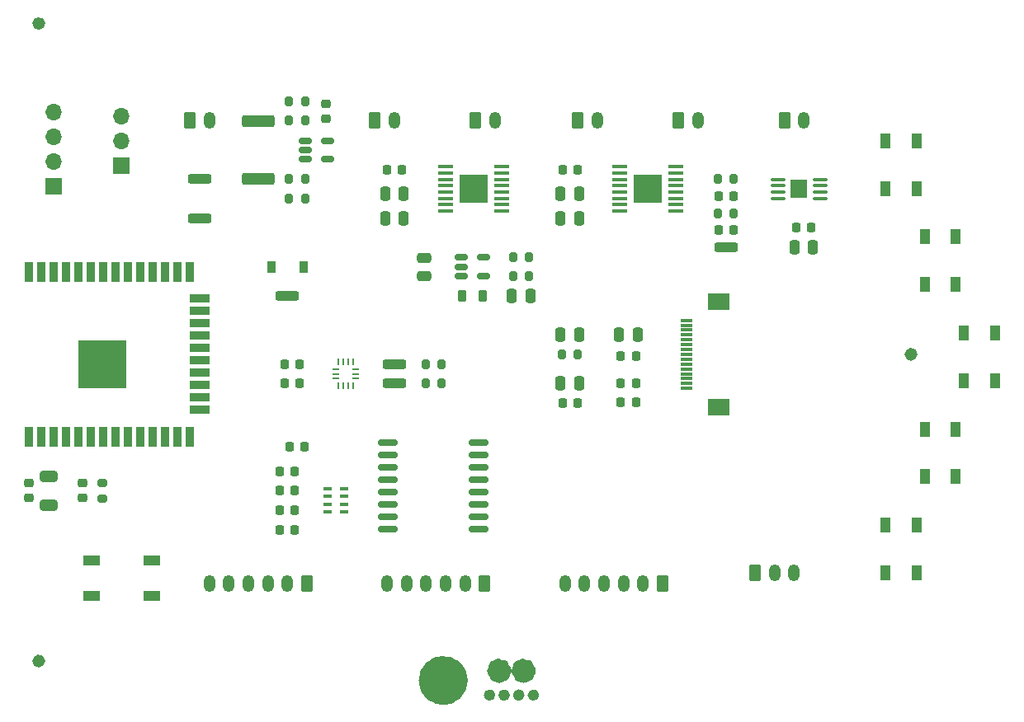
<source format=gbr>
G04 #@! TF.GenerationSoftware,KiCad,Pcbnew,(6.0.7)*
G04 #@! TF.CreationDate,2022-09-14T01:52:13-07:00*
G04 #@! TF.ProjectId,RobotDriver2_Blimp,526f626f-7444-4726-9976-6572325f426c,rev?*
G04 #@! TF.SameCoordinates,Original*
G04 #@! TF.FileFunction,Soldermask,Top*
G04 #@! TF.FilePolarity,Negative*
%FSLAX46Y46*%
G04 Gerber Fmt 4.6, Leading zero omitted, Abs format (unit mm)*
G04 Created by KiCad (PCBNEW (6.0.7)) date 2022-09-14 01:52:13*
%MOMM*%
%LPD*%
G01*
G04 APERTURE LIST*
G04 Aperture macros list*
%AMRoundRect*
0 Rectangle with rounded corners*
0 $1 Rounding radius*
0 $2 $3 $4 $5 $6 $7 $8 $9 X,Y pos of 4 corners*
0 Add a 4 corners polygon primitive as box body*
4,1,4,$2,$3,$4,$5,$6,$7,$8,$9,$2,$3,0*
0 Add four circle primitives for the rounded corners*
1,1,$1+$1,$2,$3*
1,1,$1+$1,$4,$5*
1,1,$1+$1,$6,$7*
1,1,$1+$1,$8,$9*
0 Add four rect primitives between the rounded corners*
20,1,$1+$1,$2,$3,$4,$5,0*
20,1,$1+$1,$4,$5,$6,$7,0*
20,1,$1+$1,$6,$7,$8,$9,0*
20,1,$1+$1,$8,$9,$2,$3,0*%
G04 Aperture macros list end*
%ADD10C,0.650000*%
%ADD11C,0.700000*%
%ADD12C,1.500000*%
%ADD13C,2.500000*%
%ADD14RoundRect,0.218750X0.218750X0.256250X-0.218750X0.256250X-0.218750X-0.256250X0.218750X-0.256250X0*%
%ADD15R,0.900000X0.400000*%
%ADD16RoundRect,0.250000X-1.425000X0.362500X-1.425000X-0.362500X1.425000X-0.362500X1.425000X0.362500X0*%
%ADD17RoundRect,0.225000X0.225000X0.250000X-0.225000X0.250000X-0.225000X-0.250000X0.225000X-0.250000X0*%
%ADD18RoundRect,0.250000X-0.350000X-0.625000X0.350000X-0.625000X0.350000X0.625000X-0.350000X0.625000X0*%
%ADD19O,1.200000X1.750000*%
%ADD20RoundRect,0.200000X-0.200000X-0.275000X0.200000X-0.275000X0.200000X0.275000X-0.200000X0.275000X0*%
%ADD21RoundRect,0.225000X-0.225000X-0.250000X0.225000X-0.250000X0.225000X0.250000X-0.225000X0.250000X0*%
%ADD22RoundRect,0.200000X0.200000X0.275000X-0.200000X0.275000X-0.200000X-0.275000X0.200000X-0.275000X0*%
%ADD23C,1.152000*%
%ADD24R,1.000000X1.500000*%
%ADD25RoundRect,0.250000X0.250000X0.475000X-0.250000X0.475000X-0.250000X-0.475000X0.250000X-0.475000X0*%
%ADD26R,1.700000X1.700000*%
%ADD27O,1.700000X1.700000*%
%ADD28RoundRect,0.225000X-0.250000X0.225000X-0.250000X-0.225000X0.250000X-0.225000X0.250000X0.225000X0*%
%ADD29R,0.900000X2.000000*%
%ADD30R,2.000000X0.900000*%
%ADD31R,5.000000X5.000000*%
%ADD32RoundRect,0.200000X1.025000X0.275000X-1.025000X0.275000X-1.025000X-0.275000X1.025000X-0.275000X0*%
%ADD33RoundRect,0.250000X-0.250000X-0.475000X0.250000X-0.475000X0.250000X0.475000X-0.250000X0.475000X0*%
%ADD34R,1.300000X0.300000*%
%ADD35R,2.200000X1.800000*%
%ADD36RoundRect,0.200000X-1.025000X-0.275000X1.025000X-0.275000X1.025000X0.275000X-1.025000X0.275000X0*%
%ADD37RoundRect,0.200000X0.275000X-0.200000X0.275000X0.200000X-0.275000X0.200000X-0.275000X-0.200000X0*%
%ADD38RoundRect,0.250000X0.350000X0.625000X-0.350000X0.625000X-0.350000X-0.625000X0.350000X-0.625000X0*%
%ADD39RoundRect,0.100000X-0.625000X-0.100000X0.625000X-0.100000X0.625000X0.100000X-0.625000X0.100000X0*%
%ADD40R,1.680000X1.880000*%
%ADD41RoundRect,0.250000X-0.650000X0.325000X-0.650000X-0.325000X0.650000X-0.325000X0.650000X0.325000X0*%
%ADD42R,1.800000X1.100000*%
%ADD43RoundRect,0.250000X-0.475000X0.250000X-0.475000X-0.250000X0.475000X-0.250000X0.475000X0.250000X0*%
%ADD44RoundRect,0.100000X0.675000X0.100000X-0.675000X0.100000X-0.675000X-0.100000X0.675000X-0.100000X0*%
%ADD45R,3.000000X3.000000*%
%ADD46RoundRect,0.150000X-0.875000X-0.150000X0.875000X-0.150000X0.875000X0.150000X-0.875000X0.150000X0*%
%ADD47RoundRect,0.225000X0.250000X-0.225000X0.250000X0.225000X-0.250000X0.225000X-0.250000X-0.225000X0*%
%ADD48R,0.900000X1.200000*%
%ADD49RoundRect,0.218750X-0.218750X-0.381250X0.218750X-0.381250X0.218750X0.381250X-0.218750X0.381250X0*%
%ADD50RoundRect,0.150000X-0.512500X-0.150000X0.512500X-0.150000X0.512500X0.150000X-0.512500X0.150000X0*%
%ADD51R,0.250000X0.675000*%
%ADD52R,0.675000X0.250000*%
G04 APERTURE END LIST*
D10*
X100825000Y-48000000D02*
G75*
G03*
X100825000Y-48000000I-325000J0D01*
G01*
X190325000Y-82000000D02*
G75*
G03*
X190325000Y-82000000I-325000J0D01*
G01*
D11*
X147000000Y-117000000D02*
G75*
G03*
X147000000Y-117000000I-250000J0D01*
G01*
X148500000Y-117000000D02*
G75*
G03*
X148500000Y-117000000I-250000J0D01*
G01*
X150000000Y-117000000D02*
G75*
G03*
X150000000Y-117000000I-250000J0D01*
G01*
X151500000Y-117000000D02*
G75*
G03*
X151500000Y-117000000I-250000J0D01*
G01*
D12*
X148250000Y-114500000D02*
G75*
G03*
X148250000Y-114500000I-500000J0D01*
G01*
X150750000Y-114500000D02*
G75*
G03*
X150750000Y-114500000I-500000J0D01*
G01*
D10*
X100825000Y-113500000D02*
G75*
G03*
X100825000Y-113500000I-325000J0D01*
G01*
D13*
X143250000Y-115500000D02*
G75*
G03*
X143250000Y-115500000I-1250000J0D01*
G01*
D14*
X126787500Y-100000000D03*
X125212500Y-100000000D03*
X126787500Y-98000000D03*
X125212500Y-98000000D03*
X126787500Y-94000000D03*
X125212500Y-94000000D03*
X126787500Y-96000000D03*
X125212500Y-96000000D03*
D15*
X130150000Y-95800000D03*
X130150000Y-96600000D03*
X130150000Y-97400000D03*
X130150000Y-98200000D03*
X131850000Y-98200000D03*
X131850000Y-97400000D03*
X131850000Y-96600000D03*
X131850000Y-95800000D03*
D16*
X123000000Y-58037500D03*
X123000000Y-63962500D03*
D17*
X161775000Y-82166700D03*
X160225000Y-82166700D03*
D18*
X177000000Y-58000000D03*
D19*
X179000000Y-58000000D03*
D20*
X170175000Y-67500000D03*
X171825000Y-67500000D03*
D21*
X170225000Y-69250000D03*
X171775000Y-69250000D03*
D22*
X141825000Y-85000000D03*
X140175000Y-85000000D03*
X155825000Y-82000000D03*
X154175000Y-82000000D03*
D17*
X137775000Y-63000000D03*
X136225000Y-63000000D03*
D23*
X100500000Y-48000000D03*
D24*
X195400000Y-84700000D03*
X198600000Y-84700000D03*
X198600000Y-79800000D03*
X195400000Y-79800000D03*
D25*
X137950000Y-68000000D03*
X136050000Y-68000000D03*
D23*
X190000000Y-82000000D03*
D25*
X179950000Y-71000000D03*
X178050000Y-71000000D03*
D18*
X145332300Y-58000000D03*
D19*
X147332300Y-58000000D03*
D18*
X155807500Y-58000000D03*
D19*
X157807500Y-58000000D03*
D22*
X127825000Y-56000000D03*
X126175000Y-56000000D03*
D17*
X155775000Y-87000000D03*
X154225000Y-87000000D03*
D24*
X191400000Y-74825000D03*
X194600000Y-74825000D03*
X194600000Y-69925000D03*
X191400000Y-69925000D03*
D26*
X102000000Y-64700000D03*
D27*
X102000000Y-62160000D03*
X102000000Y-59620000D03*
X102000000Y-57080000D03*
D21*
X126225000Y-91500000D03*
X127775000Y-91500000D03*
D20*
X170175000Y-64000000D03*
X171825000Y-64000000D03*
D18*
X135000000Y-58000000D03*
D19*
X137000000Y-58000000D03*
D21*
X170225000Y-65750000D03*
X171775000Y-65750000D03*
D28*
X105000000Y-95225000D03*
X105000000Y-96775000D03*
D23*
X100500000Y-113500000D03*
D29*
X99500000Y-90500000D03*
X100770000Y-90500000D03*
X102040000Y-90500000D03*
X103310000Y-90500000D03*
X104580000Y-90500000D03*
X105850000Y-90500000D03*
X107120000Y-90500000D03*
X108390000Y-90500000D03*
X109660000Y-90500000D03*
X110930000Y-90500000D03*
X112200000Y-90500000D03*
X113470000Y-90500000D03*
X114740000Y-90500000D03*
X116010000Y-90500000D03*
D30*
X117010000Y-87715000D03*
X117010000Y-86445000D03*
X117010000Y-85175000D03*
X117010000Y-83905000D03*
X117010000Y-82635000D03*
X117010000Y-81365000D03*
X117010000Y-80095000D03*
X117010000Y-78825000D03*
X117010000Y-77555000D03*
X117010000Y-76285000D03*
D29*
X116010000Y-73500000D03*
X114740000Y-73500000D03*
X113470000Y-73500000D03*
X112200000Y-73500000D03*
X110930000Y-73500000D03*
X109660000Y-73500000D03*
X108390000Y-73500000D03*
X107120000Y-73500000D03*
X105850000Y-73500000D03*
X104580000Y-73500000D03*
X103310000Y-73500000D03*
X102040000Y-73500000D03*
X100770000Y-73500000D03*
X99500000Y-73500000D03*
D31*
X107000000Y-83000000D03*
D32*
X117000000Y-64000000D03*
D33*
X149050000Y-76000000D03*
X150950000Y-76000000D03*
D22*
X127825000Y-66000000D03*
X126175000Y-66000000D03*
D34*
X166975000Y-85500000D03*
X166975000Y-85000000D03*
X166975000Y-84500000D03*
X166975000Y-84000000D03*
X166975000Y-83500000D03*
X166975000Y-83000000D03*
X166975000Y-82500000D03*
X166975000Y-82000000D03*
X166975000Y-81500000D03*
X166975000Y-81000000D03*
X166975000Y-80500000D03*
X166975000Y-80000000D03*
X166975000Y-79500000D03*
X166975000Y-79000000D03*
X166975000Y-78500000D03*
D35*
X170225000Y-87400000D03*
X170225000Y-76600000D03*
D20*
X126175000Y-64000000D03*
X127825000Y-64000000D03*
D26*
X109000000Y-62650000D03*
D27*
X109000000Y-60110000D03*
X109000000Y-57570000D03*
D36*
X117000000Y-68000000D03*
D17*
X179775000Y-69000000D03*
X178225000Y-69000000D03*
X155775000Y-63000000D03*
X154225000Y-63000000D03*
D37*
X107000000Y-96825000D03*
X107000000Y-95175000D03*
D25*
X155950000Y-65500000D03*
X154050000Y-65500000D03*
D32*
X137000000Y-85000000D03*
D38*
X164500000Y-105550000D03*
D19*
X162500000Y-105550000D03*
X160500000Y-105550000D03*
X158500000Y-105550000D03*
X156500000Y-105550000D03*
X154500000Y-105550000D03*
D39*
X176350000Y-64025000D03*
X176350000Y-64675000D03*
X176350000Y-65325000D03*
X176350000Y-65975000D03*
X180650000Y-65975000D03*
X180650000Y-65325000D03*
X180650000Y-64675000D03*
X180650000Y-64025000D03*
D40*
X178500000Y-65000000D03*
D36*
X171000000Y-71000000D03*
D18*
X174000000Y-104450000D03*
D19*
X176000000Y-104450000D03*
X178000000Y-104450000D03*
D38*
X146250000Y-105550000D03*
D19*
X144250000Y-105550000D03*
X142250000Y-105550000D03*
X140250000Y-105550000D03*
X138250000Y-105550000D03*
X136250000Y-105550000D03*
D24*
X191400000Y-94575000D03*
X194600000Y-94575000D03*
X194600000Y-89675000D03*
X191400000Y-89675000D03*
D22*
X141825000Y-83000000D03*
X140175000Y-83000000D03*
D41*
X101500000Y-94525000D03*
X101500000Y-97475000D03*
D25*
X155950000Y-68000000D03*
X154050000Y-68000000D03*
D28*
X99500000Y-95225000D03*
X99500000Y-96775000D03*
D42*
X105900000Y-106850000D03*
X112100000Y-106850000D03*
X112100000Y-103150000D03*
X105900000Y-103150000D03*
D43*
X140000000Y-72100000D03*
X140000000Y-74000000D03*
D38*
X128000000Y-105550000D03*
D19*
X126000000Y-105550000D03*
X124000000Y-105550000D03*
X122000000Y-105550000D03*
X120000000Y-105550000D03*
X118000000Y-105550000D03*
D17*
X161775000Y-85000000D03*
X160225000Y-85000000D03*
D20*
X126175000Y-58000000D03*
X127825000Y-58000000D03*
D24*
X187400000Y-104450000D03*
X190600000Y-104450000D03*
X190600000Y-99550000D03*
X187400000Y-99550000D03*
D44*
X165875000Y-67275000D03*
X165875000Y-66625000D03*
X165875000Y-65975000D03*
X165875000Y-65325000D03*
X165875000Y-64675000D03*
X165875000Y-64025000D03*
X165875000Y-63375000D03*
X165875000Y-62725000D03*
X160125000Y-62725000D03*
X160125000Y-63375000D03*
X160125000Y-64025000D03*
X160125000Y-64675000D03*
X160125000Y-65325000D03*
X160125000Y-65975000D03*
X160125000Y-66625000D03*
X160125000Y-67275000D03*
D45*
X163000000Y-65000000D03*
D46*
X136350000Y-91055000D03*
X136350000Y-92325000D03*
X136350000Y-93595000D03*
X136350000Y-94865000D03*
X136350000Y-96135000D03*
X136350000Y-97405000D03*
X136350000Y-98675000D03*
X136350000Y-99945000D03*
X145650000Y-99945000D03*
X145650000Y-98675000D03*
X145650000Y-97405000D03*
X145650000Y-96135000D03*
X145650000Y-94865000D03*
X145650000Y-93595000D03*
X145650000Y-92325000D03*
X145650000Y-91055000D03*
D18*
X166139800Y-58000000D03*
D19*
X168139800Y-58000000D03*
D44*
X148014800Y-67275000D03*
X148014800Y-66625000D03*
X148014800Y-65975000D03*
X148014800Y-65325000D03*
X148014800Y-64675000D03*
X148014800Y-64025000D03*
X148014800Y-63375000D03*
X148014800Y-62725000D03*
X142264800Y-62725000D03*
X142264800Y-63375000D03*
X142264800Y-64025000D03*
X142264800Y-64675000D03*
X142264800Y-65325000D03*
X142264800Y-65975000D03*
X142264800Y-66625000D03*
X142264800Y-67275000D03*
D45*
X145139800Y-65000000D03*
D25*
X137950000Y-65500000D03*
X136050000Y-65500000D03*
X161950000Y-80000000D03*
X160050000Y-80000000D03*
D32*
X137000000Y-83000000D03*
D47*
X130000000Y-57775000D03*
X130000000Y-56225000D03*
D36*
X126000000Y-76000000D03*
D20*
X149175000Y-72000000D03*
X150825000Y-72000000D03*
D48*
X127650000Y-73000000D03*
X124350000Y-73000000D03*
D17*
X127275000Y-83000000D03*
X125725000Y-83000000D03*
X127275000Y-85000000D03*
X125725000Y-85000000D03*
D25*
X155950000Y-85000000D03*
X154050000Y-85000000D03*
D24*
X187400000Y-64950000D03*
X190600000Y-64950000D03*
X190600000Y-60050000D03*
X187400000Y-60050000D03*
D49*
X143937500Y-76000000D03*
X146062500Y-76000000D03*
D50*
X143862500Y-72050000D03*
X143862500Y-73000000D03*
X143862500Y-73950000D03*
X146137500Y-73950000D03*
X146137500Y-72050000D03*
D25*
X155950000Y-80000000D03*
X154050000Y-80000000D03*
D18*
X116000000Y-58000000D03*
D19*
X118000000Y-58000000D03*
D17*
X161775000Y-86916700D03*
X160225000Y-86916700D03*
D22*
X150825000Y-74000000D03*
X149175000Y-74000000D03*
D50*
X127862500Y-60050000D03*
X127862500Y-61000000D03*
X127862500Y-61950000D03*
X130137500Y-61950000D03*
X130137500Y-60050000D03*
D51*
X132750000Y-82737500D03*
X132250000Y-82737500D03*
X131750000Y-82737500D03*
X131250000Y-82737500D03*
D52*
X130987500Y-83500000D03*
X130987500Y-84000000D03*
X130987500Y-84500000D03*
D51*
X131250000Y-85262500D03*
X131750000Y-85262500D03*
X132250000Y-85262500D03*
X132750000Y-85262500D03*
D52*
X133012500Y-84500000D03*
X133012500Y-84000000D03*
X133012500Y-83500000D03*
M02*

</source>
